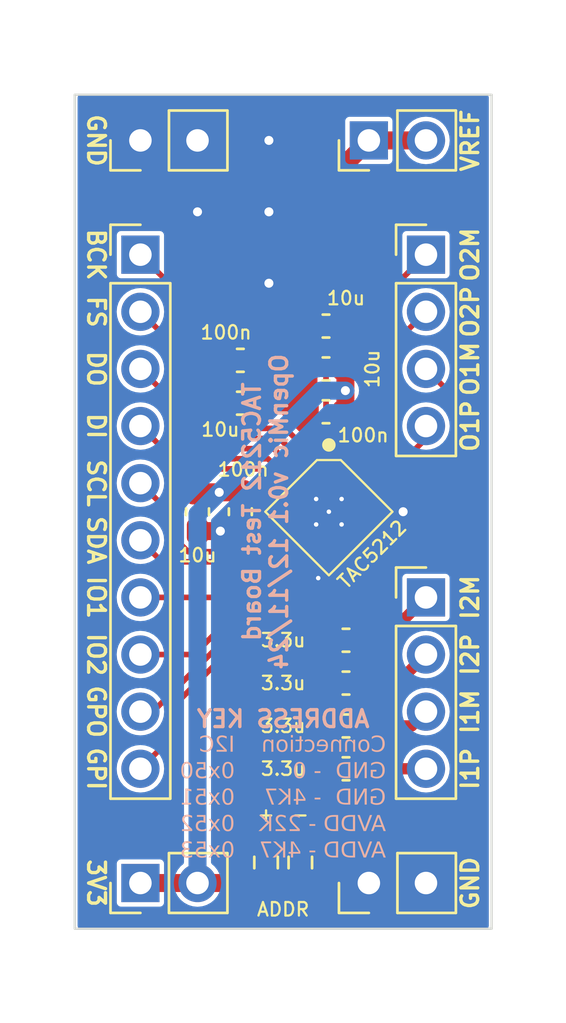
<source format=kicad_pcb>
(kicad_pcb (version 20221018) (generator pcbnew)
  (layers (0 "F.Cu" signal) (31 "B.Cu" signal) (34 "B.Paste" user) (35 "F.Paste" user) (36 "B.SilkS" user "B.Silkscreen") (37 "F.SilkS" user "F.Silkscreen") (38 "B.Mask" user) (39 "F.Mask" user) (44 "Edge.Cuts" user))
  (net 0 "")
  (net 1 "+3V3")
  (net 2 "Earth")
  (net 3 "/VREF")
  (net 4 "Net-(U1-DREG)")
  (net 5 "Net-(J2-Pin_1)")
  (net 6 "Net-(U1-IN1P)")
  (net 7 "Net-(J2-Pin_2)")
  (net 8 "Net-(U1-IN1M)")
  (net 9 "Net-(J2-Pin_3)")
  (net 10 "Net-(U1-IN2P)")
  (net 11 "Net-(J2-Pin_4)")
  (net 12 "Net-(U1-IN2M)")
  (net 13 "Net-(J1-Pin_1)")
  (net 14 "Net-(J1-Pin_2)")
  (net 15 "Net-(J1-Pin_3)")
  (net 16 "Net-(J1-Pin_4)")
  (net 17 "Net-(J3-Pin_1)")
  (net 18 "Net-(J3-Pin_2)")
  (net 19 "Net-(J3-Pin_3)")
  (net 20 "Net-(J3-Pin_4)")
  (net 21 "Net-(J3-Pin_5)")
  (net 22 "Net-(J3-Pin_6)")
  (net 23 "Net-(J3-Pin_7)")
  (net 24 "Net-(J3-Pin_8)")
  (net 25 "Net-(J3-Pin_9)")
  (net 26 "Net-(J3-Pin_10)")
  (net 27 "Net-(U1-ADDR)")
  (footprint "Capacitor_SMD:C_0603_1608Metric_Pad1.08x0.95mm_HandSolder" (layer "F.Cu") (at 86.995 33.655 180)
    (fp_text reference "C3" hide)
    (fp_text value "10uF")
    (fp_line (start -0.146267 -0.51) (end 0.146267 -0.51) (stroke (width 0.12)) (layer "F.SilkS"))
    (fp_line (start -0.146267 0.51) (end 0.146267 0.51) (stroke (width 0.12)) (layer "F.SilkS"))
    (pad "1" smd roundrect (at -0.8625 0 180) (size 1.075 0.95) (layers "F.Cu" "F.Paste" "F.Mask") (net 3 "/VREF"))
    (pad "2" smd roundrect (at 0.8625 0 180) (size 1.075 0.95) (layers "F.Cu" "F.Paste" "F.Mask") (net 2 "Earth"))
  )
  (footprint "Capacitor_SMD:C_0603_1608Metric_Pad1.08x0.95mm_HandSolder" (layer "F.Cu") (at 81.28 41.91 -90)
    (fp_text reference "C2" hide)
    (fp_text value "10uF")
    (fp_line (start -0.146267 -0.51) (end 0.146267 -0.51) (stroke (width 0.12)) (layer "F.SilkS"))
    (fp_line (start -0.146267 0.51) (end 0.146267 0.51) (stroke (width 0.12)) (layer "F.SilkS"))
    (pad "1" smd roundrect (at -0.8625 0 270) (size 1.075 0.95) (layers "F.Cu" "F.Paste" "F.Mask") (net 1 "+3V3"))
    (pad "2" smd roundrect (at 0.8625 0 270) (size 1.075 0.95) (layers "F.Cu" "F.Paste" "F.Mask") (net 2 "Earth"))
  )
  (footprint "Capacitor_SMD:C_0603_1608Metric_Pad1.08x0.95mm_HandSolder" (layer "F.Cu") (at 86.995 37.465 180)
    (fp_text reference "C6" hide)
    (fp_text value "0.1uF")
    (fp_line (start -0.146267 -0.51) (end 0.146267 -0.51) (stroke (width 0.12)) (layer "F.SilkS"))
    (fp_line (start -0.146267 0.51) (end 0.146267 0.51) (stroke (width 0.12)) (layer "F.SilkS"))
    (pad "1" smd roundrect (at -0.8625 0 180) (size 1.075 0.95) (layers "F.Cu" "F.Paste" "F.Mask") (net 1 "+3V3"))
    (pad "2" smd roundrect (at 0.8625 0 180) (size 1.075 0.95) (layers "F.Cu" "F.Paste" "F.Mask") (net 2 "Earth"))
  )
  (footprint "Capacitor_SMD:C_0603_1608Metric_Pad1.08x0.95mm_HandSolder" (layer "F.Cu") (at 87.884 53.34 180)
    (fp_text reference "C8" hide)
    (fp_text value "3.3uF")
    (fp_line (start -0.146267 -0.51) (end 0.146267 -0.51) (stroke (width 0.12)) (layer "F.SilkS"))
    (fp_line (start -0.146267 0.51) (end 0.146267 0.51) (stroke (width 0.12)) (layer "F.SilkS"))
    (pad "1" smd roundrect (at -0.8625 0 180) (size 1.075 0.95) (layers "F.Cu" "F.Paste" "F.Mask") (net 11 "Net-(J2-Pin_4)"))
    (pad "2" smd roundrect (at 0.8625 0 180) (size 1.075 0.95) (layers "F.Cu" "F.Paste" "F.Mask") (net 6 "Net-(U1-IN1P)"))
  )
  (footprint "Connector_PinHeader_2.54mm:PinHeader_1x02_P2.54mm_Vertical" (layer "F.Cu") (at 78.74 25.4 90)
    (fp_text reference "J5" hide)
    (fp_text value "Conn_01x02_Pin")
    (fp_line (start -1.33 -1.33) (end 0 -1.33) (stroke (width 0.12)) (layer "F.SilkS"))
    (fp_line (start -1.33 0) (end -1.33 -1.33) (stroke (width 0.12)) (layer "F.SilkS"))
    (fp_line (start -1.33 1.27) (end -1.33 3.87) (stroke (width 0.12)) (layer "F.SilkS"))
    (fp_line (start -1.33 1.27) (end 1.33 1.27) (stroke (width 0.12)) (layer "F.SilkS"))
    (fp_line (start -1.33 3.87) (end 1.33 3.87) (stroke (width 0.12)) (layer "F.SilkS"))
    (fp_line (start 1.33 1.27) (end 1.33 3.87) (stroke (width 0.12)) (layer "F.SilkS"))
    (pad "1" thru_hole rect (at 0 0 90) (size 1.7 1.7) (drill 1) (layers "*.Cu" "*.Mask") (net 2 "Earth"))
    (pad "2" thru_hole oval (at 0 2.54 90) (size 1.7 1.7) (drill 1) (layers "*.Cu" "*.Mask") (net 2 "Earth"))
  )
  (footprint "Connector_PinHeader_2.54mm:PinHeader_1x02_P2.54mm_Vertical" (layer "F.Cu") (at 88.9 58.42 90)
    (fp_text reference "J6" hide)
    (fp_text value "Conn_01x02_Pin")
    (fp_line (start -1.33 -1.33) (end 0 -1.33) (stroke (width 0.12)) (layer "F.SilkS"))
    (fp_line (start -1.33 0) (end -1.33 -1.33) (stroke (width 0.12)) (layer "F.SilkS"))
    (fp_line (start -1.33 1.27) (end -1.33 3.87) (stroke (width 0.12)) (layer "F.SilkS"))
    (fp_line (start -1.33 1.27) (end 1.33 1.27) (stroke (width 0.12)) (layer "F.SilkS"))
    (fp_line (start -1.33 3.87) (end 1.33 3.87) (stroke (width 0.12)) (layer "F.SilkS"))
    (fp_line (start 1.33 1.27) (end 1.33 3.87) (stroke (width 0.12)) (layer "F.SilkS"))
    (pad "1" thru_hole rect (at 0 0 90) (size 1.7 1.7) (drill 1) (layers "*.Cu" "*.Mask") (net 2 "Earth"))
    (pad "2" thru_hole oval (at 0 2.54 90) (size 1.7 1.7) (drill 1) (layers "*.Cu" "*.Mask") (net 2 "Earth"))
  )
  (footprint "Connector_PinHeader_2.54mm:PinHeader_1x02_P2.54mm_Vertical" (layer "F.Cu") (at 88.9 25.4 90)
    (fp_text reference "J7" hide)
    (fp_text value "Conn_01x02_Pin")
    (fp_line (start -1.33 -1.33) (end 0 -1.33) (stroke (width 0.12)) (layer "F.SilkS"))
    (fp_line (start -1.33 0) (end -1.33 -1.33) (stroke (width 0.12)) (layer "F.SilkS"))
    (fp_line (start -1.33 1.27) (end -1.33 3.87) (stroke (width 0.12)) (layer "F.SilkS"))
    (fp_line (start -1.33 1.27) (end 1.33 1.27) (stroke (width 0.12)) (layer "F.SilkS"))
    (fp_line (start -1.33 3.87) (end 1.33 3.87) (stroke (width 0.12)) (layer "F.SilkS"))
    (fp_line (start 1.33 1.27) (end 1.33 3.87) (stroke (width 0.12)) (layer "F.SilkS"))
    (pad "1" thru_hole rect (at 0 0 90) (size 1.7 1.7) (drill 1) (layers "*.Cu" "*.Mask") (net 3 "/VREF"))
    (pad "2" thru_hole oval (at 0 2.54 90) (size 1.7 1.7) (drill 1) (layers "*.Cu" "*.Mask") (net 3 "/VREF"))
  )
  (footprint "Capacitor_SMD:C_0603_1608Metric_Pad1.08x0.95mm_HandSolder" (layer "F.Cu") (at 87.884 49.53 180)
    (fp_text reference "C10" hide)
    (fp_text value "3.3uF")
    (fp_line (start -0.146267 -0.51) (end 0.146267 -0.51) (stroke (width 0.12)) (layer "F.SilkS"))
    (fp_line (start -0.146267 0.51) (end 0.146267 0.51) (stroke (width 0.12)) (layer "F.SilkS"))
    (pad "1" smd roundrect (at -0.8625 0 180) (size 1.075 0.95) (layers "F.Cu" "F.Paste" "F.Mask") (net 7 "Net-(J2-Pin_2)"))
    (pad "2" smd roundrect (at 0.8625 0 180) (size 1.075 0.95) (layers "F.Cu" "F.Paste" "F.Mask") (net 10 "Net-(U1-IN2P)"))
  )
  (footprint "Capacitor_SMD:C_0603_1608Metric_Pad1.08x0.95mm_HandSolder" (layer "F.Cu") (at 86.995 35.56 180)
    (fp_text reference "C7" hide)
    (fp_text value "10uF")
    (fp_line (start -0.146267 -0.51) (end 0.146267 -0.51) (stroke (width 0.12)) (layer "F.SilkS"))
    (fp_line (start -0.146267 0.51) (end 0.146267 0.51) (stroke (width 0.12)) (layer "F.SilkS"))
    (pad "1" smd roundrect (at -0.8625 0 180) (size 1.075 0.95) (layers "F.Cu" "F.Paste" "F.Mask") (net 1 "+3V3"))
    (pad "2" smd roundrect (at 0.8625 0 180) (size 1.075 0.95) (layers "F.Cu" "F.Paste" "F.Mask") (net 2 "Earth"))
  )
  (footprint "Capacitor_SMD:C_0603_1608Metric_Pad1.08x0.95mm_HandSolder" (layer "F.Cu") (at 83.185 41.91 -90)
    (fp_text reference "C1" hide)
    (fp_text value "0.1uF")
    (fp_line (start -0.146267 -0.51) (end 0.146267 -0.51) (stroke (width 0.12)) (layer "F.SilkS"))
    (fp_line (start -0.146267 0.51) (end 0.146267 0.51) (stroke (width 0.12)) (layer "F.SilkS"))
    (pad "1" smd roundrect (at -0.8625 0 270) (size 1.075 0.95) (layers "F.Cu" "F.Paste" "F.Mask") (net 1 "+3V3"))
    (pad "2" smd roundrect (at 0.8625 0 270) (size 1.075 0.95) (layers "F.Cu" "F.Paste" "F.Mask") (net 2 "Earth"))
  )
  (footprint "Capacitor_SMD:C_0603_1608Metric_Pad1.08x0.95mm_HandSolder" (layer "F.Cu") (at 87.884 51.435 180)
    (fp_text reference "C9" hide)
    (fp_text value "3.3uF")
    (fp_line (start -0.146267 -0.51) (end 0.146267 -0.51) (stroke (width 0.12)) (layer "F.SilkS"))
    (fp_line (start -0.146267 0.51) (end 0.146267 0.51) (stroke (width 0.12)) (layer "F.SilkS"))
    (pad "1" smd roundrect (at -0.8625 0 180) (size 1.075 0.95) (layers "F.Cu" "F.Paste" "F.Mask") (net 9 "Net-(J2-Pin_3)"))
    (pad "2" smd roundrect (at 0.8625 0 180) (size 1.075 0.95) (layers "F.Cu" "F.Paste" "F.Mask") (net 8 "Net-(U1-IN1M)"))
  )
  (footprint "Capacitor_SMD:C_0603_1608Metric_Pad1.08x0.95mm_HandSolder" (layer "F.Cu") (at 83.185 37.084)
    (fp_text reference "C5" hide)
    (fp_text value "10uF")
    (fp_line (start -0.146267 -0.51) (end 0.146267 -0.51) (stroke (width 0.12)) (layer "F.SilkS"))
    (fp_line (start -0.146267 0.51) (end 0.146267 0.51) (stroke (width 0.12)) (layer "F.SilkS"))
    (pad "1" smd roundrect (at -0.8625 0) (size 1.075 0.95) (layers "F.Cu" "F.Paste" "F.Mask") (net 4 "Net-(U1-DREG)"))
    (pad "2" smd roundrect (at 0.8625 0) (size 1.075 0.95) (layers "F.Cu" "F.Paste" "F.Mask") (net 2 "Earth"))
  )
  (footprint "Capacitor_SMD:C_0603_1608Metric_Pad1.08x0.95mm_HandSolder" (layer "F.Cu") (at 83.185 35.179)
    (fp_text reference "C4" hide)
    (fp_text value "0.1uF")
    (fp_line (start -0.146267 -0.51) (end 0.146267 -0.51) (stroke (width 0.12)) (layer "F.SilkS"))
    (fp_line (start -0.146267 0.51) (end 0.146267 0.51) (stroke (width 0.12)) (layer "F.SilkS"))
    (pad "1" smd roundrect (at -0.8625 0) (size 1.075 0.95) (layers "F.Cu" "F.Paste" "F.Mask") (net 4 "Net-(U1-DREG)"))
    (pad "2" smd roundrect (at 0.8625 0) (size 1.075 0.95) (layers "F.Cu" "F.Paste" "F.Mask") (net 2 "Earth"))
  )
  (footprint "Connector_PinHeader_2.54mm:PinHeader_1x04_P2.54mm_Vertical" (layer "F.Cu") (at 91.44 30.48)
    (fp_text reference "J1" hide)
    (fp_text value "Conn_01x04_Pin")
    (fp_line (start -1.33 -1.33) (end 0 -1.33) (stroke (width 0.12)) (layer "F.SilkS"))
    (fp_line (start -1.33 0) (end -1.33 -1.33) (stroke (width 0.12)) (layer "F.SilkS"))
    (fp_line (start -1.33 1.27) (end -1.33 8.95) (stroke (width 0.12)) (layer "F.SilkS"))
    (fp_line (start -1.33 1.27) (end 1.33 1.27) (stroke (width 0.12)) (layer "F.SilkS"))
    (fp_line (start -1.33 8.95) (end 1.33 8.95) (stroke (width 0.12)) (layer "F.SilkS"))
    (fp_line (start 1.33 1.27) (end 1.33 8.95) (stroke (width 0.12)) (layer "F.SilkS"))
    (pad "1" thru_hole rect (at 0 0) (size 1.7 1.7) (drill 1) (layers "*.Cu" "*.Mask") (net 13 "Net-(J1-Pin_1)"))
    (pad "2" thru_hole oval (at 0 2.54) (size 1.7 1.7) (drill 1) (layers "*.Cu" "*.Mask") (net 14 "Net-(J1-Pin_2)"))
    (pad "3" thru_hole oval (at 0 5.08) (size 1.7 1.7) (drill 1) (layers "*.Cu" "*.Mask") (net 15 "Net-(J1-Pin_3)"))
    (pad "4" thru_hole oval (at 0 7.62) (size 1.7 1.7) (drill 1) (layers "*.Cu" "*.Mask") (net 16 "Net-(J1-Pin_4)"))
  )
  (footprint "Connector_PinHeader_2.54mm:PinHeader_1x04_P2.54mm_Vertical" (layer "F.Cu") (at 91.44 45.72)
    (fp_text reference "J2" hide)
    (fp_text value "Conn_01x04_Pin")
    (fp_line (start -1.33 -1.33) (end 0 -1.33) (stroke (width 0.12)) (layer "F.SilkS"))
    (fp_line (start -1.33 0) (end -1.33 -1.33) (stroke (width 0.12)) (layer "F.SilkS"))
    (fp_line (start -1.33 1.27) (end -1.33 8.95) (stroke (width 0.12)) (layer "F.SilkS"))
    (fp_line (start -1.33 1.27) (end 1.33 1.27) (stroke (width 0.12)) (layer "F.SilkS"))
    (fp_line (start -1.33 8.95) (end 1.33 8.95) (stroke (width 0.12)) (layer "F.SilkS"))
    (fp_line (start 1.33 1.27) (end 1.33 8.95) (stroke (width 0.12)) (layer "F.SilkS"))
    (pad "1" thru_hole rect (at 0 0) (size 1.7 1.7) (drill 1) (layers "*.Cu" "*.Mask") (net 5 "Net-(J2-Pin_1)"))
    (pad "2" thru_hole oval (at 0 2.54) (size 1.7 1.7) (drill 1) (layers "*.Cu" "*.Mask") (net 7 "Net-(J2-Pin_2)"))
    (pad "3" thru_hole oval (at 0 5.08) (size 1.7 1.7) (drill 1) (layers "*.Cu" "*.Mask") (net 9 "Net-(J2-Pin_3)"))
    (pad "4" thru_hole oval (at 0 7.62) (size 1.7 1.7) (drill 1) (layers "*.Cu" "*.Mask") (net 11 "Net-(J2-Pin_4)"))
  )
  (footprint "Resistor_SMD:R_0603_1608Metric_Pad0.98x0.95mm_HandSolder" (layer "F.Cu") (at 85.852 57.5075 -90)
    (fp_text reference "R1" hide)
    (fp_text value "4k7/0R")
    (fp_line (start -0.254724 -0.5225) (end 0.254724 -0.5225) (stroke (width 0.12)) (layer "F.SilkS"))
    (fp_line (start -0.254724 0.5225) (end 0.254724 0.5225) (stroke (width 0.12)) (layer "F.SilkS"))
    (pad "1" smd roundrect (at -0.9125 0 270) (size 0.975 0.95) (layers "F.Cu" "F.Paste" "F.Mask") (net 27 "Net-(U1-ADDR)"))
    (pad "2" smd roundrect (at 0.9125 0 270) (size 0.975 0.95) (layers "F.Cu" "F.Paste" "F.Mask") (net 2 "Earth"))
  )
  (footprint "Capacitor_SMD:C_0603_1608Metric_Pad1.08x0.95mm_HandSolder" (layer "F.Cu") (at 87.884 47.625 180)
    (fp_text reference "C11" hide)
    (fp_text value "3.3uF")
    (fp_line (start -0.146267 -0.51) (end 0.146267 -0.51) (stroke (width 0.12)) (layer "F.SilkS"))
    (fp_line (start -0.146267 0.51) (end 0.146267 0.51) (stroke (width 0.12)) (layer "F.SilkS"))
    (pad "1" smd roundrect (at -0.8625 0 180) (size 1.075 0.95) (layers "F.Cu" "F.Paste" "F.Mask") (net 5 "Net-(J2-Pin_1)"))
    (pad "2" smd roundrect (at 0.8625 0 180) (size 1.075 0.95) (layers "F.Cu" "F.Paste" "F.Mask") (net 12 "Net-(U1-IN2M)"))
  )
  (footprint "om_componentslibrary:TAC5212" (layer "F.Cu") (at 87.122 41.91 -45)
    (fp_text reference "U1" hide)
    (fp_text value "TAC5212")
    (fp_line (start -2 2) (end -2 -1.25) (stroke (width 0.1)) (layer "F.SilkS"))
    (fp_line (start -1.25 -2) (end -2 -1.25) (stroke (width 0.1)) (layer "F.SilkS"))
    (fp_line (start -1.25 -2) (end 2 -2) (stroke (width 0.1)) (layer "F.SilkS"))
    (fp_line (start 2 -2) (end 2 2) (stroke (width 0.1)) (layer "F.SilkS"))
    (fp_line (start 2 2) (end -2 2) (stroke (width 0.1)) (layer "F.SilkS"))
    (fp_circle (center -2.1 -2.1) (end -1.85 -2.1) (stroke (width 0.1)) (fill solid) (layer "F.SilkS"))
    (pad "0" thru_hole circle (at -0.8 0 45) (size 0.5 0.5) (drill 0.2) (layers "*.Cu" "B.Mask") (net 2 "Earth"))
    (pad "0" thru_hole circle (at 0 -0.8 135) (size 0.5 0.5) (drill 0.2) (layers "*.Cu" "*.Mask") (net 2 "Earth"))
    (pad "0" thru_hole circle (at 0 0 45) (size 0.5 0.5) (drill 0.2) (layers "*.Cu" "*.Mask") (net 2 "Earth"))
    (pad "0" smd roundrect (at 0 0 315) (size 2.1 2.1) (layers "F.Cu" "F.Paste" "F.Mask") (roundrect_rratio 0.02380952381) (net 2 "Earth"))
    (pad "0" thru_hole circle (at 0 0.8 135) (size 0.5 0.5) (drill 0.2) (layers "*.Cu" "B.Mask") (net 2 "Earth"))
    (pad "0" thru_hole circle (at 0.8 0 45) (size 0.5 0.5) (drill 0.2) (layers "*.Cu" "*.Mask") (net 2 "Earth"))
    (pad "1" smd roundrect (at -1.9 -1.25 315) (size 0.6 0.24) (layers "F.Cu" "F.Paste" "F.Mask") (roundrect_rratio 0.2083333333) (net 4 "Net-(U1-DREG)"))
    (pad "2" smd roundrect (at -1.9 -0.75 315) (size 0.6 0.24) (layers "F.Cu" "F.Paste" "F.Mask") (roundrect_rratio 0.2083333333) (net 17 "Net-(J3-Pin_1)"))
    (pad "3" smd roundrect (at -1.9 -0.25 315) (size 0.6 0.24) (layers "F.Cu" "F.Paste" "F.Mask") (roundrect_rratio 0.2083333333) (net 18 "Net-(J3-Pin_2)"))
    (pad "4" smd roundrect (at -1.9 0.25 315) (size 0.6 0.24) (layers "F.Cu" "F.Paste" "F.Mask") (roundrect_rratio 0.2083333333) (net 19 "Net-(J3-Pin_3)"))
    (pad "5" smd roundrect (at -1.9 0.75 315) (size 0.6 0.24) (layers "F.Cu" "F.Paste" "F.Mask") (roundrect_rratio 0.2083333333) (net 20 "Net-(J3-Pin_4)"))
    (pad "6" smd roundrect (at -1.9 1.25 315) (size 0.6 0.24) (layers "F.Cu" "F.Paste" "F.Mask") (roundrect_rratio 0.2083333333) (net 1 "+3V3"))
    (pad "7" smd roundrect (at -1.25 1.9 45) (size 0.6 0.24) (layers "F.Cu" "F.Paste" "F.Mask") (roundrect_rratio 0.2083333333) (net 21 "Net-(J3-Pin_5)"))
    (pad "8" smd roundrect (at -0.75 1.9 45) (size 0.6 0.24) (layers "F.Cu" "F.Paste" "F.Mask") (roundrect_rratio 0.2083333333) (net 22 "Net-(J3-Pin_6)"))
    (pad "9" smd roundrect (at -0.25 1.9 45) (size 0.6 0.24) (layers "F.Cu" "F.Paste" "F.Mask") (roundrect_rratio 0.2083333333) (net 23 "Net-(J3-Pin_7)"))
    (pad "10" smd roundrect (at 0.25 1.9 45) (size 0.6 0.24) (layers "F.Cu" "F.Paste" "F.Mask") (roundrect_rratio 0.2083333333) (net 24 "Net-(J3-Pin_8)"))
    (pad "11" smd roundrect (at 0.75 1.9 45) (size 0.6 0.24) (layers "F.Cu" "F.Paste" "F.Mask") (roundrect_rratio 0.2083333333) (net 25 "Net-(J3-Pin_9)"))
    (pad "12" smd roundrect (at 1.25 1.9 45) (size 0.6 0.24) (layers "F.Cu" "F.Paste" "F.Mask") (roundrect_rratio 0.2083333333) (net 26 "Net-(J3-Pin_10)"))
    (pad "13" smd roundrect (at 1.9 1.25 315) (size 0.6 0.24) (layers "F.Cu" "F.Paste" "F.Mask") (roundrect_rratio 0.2083333333) (net 27 "Net-(U1-ADDR)"))
    (pad "14" smd roundrect (at 1.9 0.75 315) (size 0.6 0.24) (layers "F.Cu" "F.Paste" "F.Mask") (roundrect_rratio 0.2083333333))
    (pad "15" smd roundrect (at 1.9 0.25 315) (size 0.6 0.24) (layers "F.Cu" "F.Paste" "F.Mask") (roundrect_rratio 0.2083333333) (net 6 "Net-(U1-IN1P)"))
    (pad "16" smd roundrect (at 1.9 -0.25 315) (size 0.6 0.24) (layers "F.Cu" "F.Paste" "F.Mask") (roundrect_rratio 0.2083333333) (net 8 "Net-(U1-IN1M)"))
    (pad "17" smd roundrect (at 1.9 -0.75 315) (size 0.6 0.24) (layers "F.Cu" "F.Paste" "F.Mask") (roundrect_rratio 0.2083333333) (net 10 "Net-(U1-IN2P)"))
    (pad "18" smd roundrect (at 1.9 -1.25 315) (size 0.6 0.24) (layers "F.Cu" "F.Paste" "F.Mask") (roundrect_rratio 0.2083333333) (net 12 "Net-(U1-IN2M)"))
    (pad "19" smd roundrect (at 1.25 -1.9 45) (size 0.6 0.24) (layers "F.Cu" "F.Paste" "F.Mask") (roundrect_rratio 0.2083333333) (net 15 "Net-(J1-Pin_3)"))
    (pad "20" smd roundrect (at 0.75 -1.9 45) (size 0.6 0.24) (layers "F.Cu" "F.Paste" "F.Mask") (roundrect_rratio 0.2083333333) (net 16 "Net-(J1-Pin_4)"))
    (pad "21" smd roundrect (at 0.25 -1.9 45) (size 0.6 0.24) (layers "F.Cu" "F.Paste" "F.Mask") (roundrect_rratio 0.2083333333) (net 14 "Net-(J1-Pin_2)"))
    (pad "22" smd roundrect (at -0.25 -1.9 45) (size 0.6 0.24) (layers "F.Cu" "F.Paste" "F.Mask") (roundrect_rratio 0.2083333333) (net 13 "Net-(J1-Pin_1)"))
    (pad "23" smd roundrect (at -0.75 -1.9 45) (size 0.6 0.24) (layers "F.Cu" "F.Paste" "F.Mask") (roundrect_rratio 0.2083333333) (net 1 "+3V3"))
    (pad "24" smd roundrect (at -1.25 -1.9 45) (size 0.6 0.24) (layers "F.Cu" "F.Paste" "F.Mask") (roundrect_rratio 0.2083333333) (net 3 "/VREF"))
    (pad "A1" smd roundrect (at -1.725 -1.725 315) (size 0.25 0.25) (layers "F.Cu" "F.Paste" "F.Mask") (roundrect_rratio 0.2) (net 2 "Earth"))
    (pad "A2" smd roundrect (at -1.725 1.725 315) (size 0.25 0.25) (layers "F.Cu" "F.Paste" "F.Mask") (roundrect_rratio 0.2) (net 2 "Earth"))
    (pad "A3" smd roundrect (at 1.725 1.725 315) (size 0.25 0.25) (layers "F.Cu" "F.Paste" "F.Mask") (roundrect_rratio 0.2) (net 2 "Earth"))
    (pad "A4" smd roundrect (at 1.725 -1.725 315) (size 0.25 0.25) (layers "F.Cu" "F.Paste" "F.Mask") (roundrect_rratio 0.2) (net 2 "Earth"))
  )
  (footprint "Resistor_SMD:R_0603_1608Metric_Pad0.98x0.95mm_HandSolder" (layer "F.Cu") (at 84.328 57.5075 -90)
    (fp_text reference "R2" hide)
    (fp_text value "22k/4k7")
    (fp_line (start -0.254724 -0.5225) (end 0.254724 -0.5225) (stroke (width 0.12)) (layer "F.SilkS"))
    (fp_line (start -0.254724 0.5225) (end 0.254724 0.5225) (stroke (width 0.12)) (layer "F.SilkS"))
    (pad "1" smd roundrect (at -0.9125 0 270) (size 0.975 0.95) (layers "F.Cu" "F.Paste" "F.Mask") (net 27 "Net-(U1-ADDR)"))
    (pad "2" smd roundrect (at 0.9125 0 270) (size 0.975 0.95) (layers "F.Cu" "F.Paste" "F.Mask") (net 1 "+3V3"))
  )
  (footprint "Connector_PinHeader_2.54mm:PinHeader_1x02_P2.54mm_Vertical" (layer "F.Cu") (at 78.74 58.42 90)
    (fp_text reference "J4" hide)
    (fp_text value "Conn_01x02_Pin")
    (fp_line (start -1.33 -1.33) (end 0 -1.33) (stroke (width 0.12)) (layer "F.SilkS"))
    (fp_line (start -1.33 0) (end -1.33 -1.33) (stroke (width 0.12)) (layer "F.SilkS"))
    (fp_line (start -1.33 1.27) (end -1.33 3.87) (stroke (width 0.12)) (layer "F.SilkS"))
    (fp_line (start -1.33 1.27) (end 1.33 1.27) (stroke (width 0.12)) (layer "F.SilkS"))
    (fp_line (start -1.33 3.87) (end 1.33 3.87) (stroke (width 0.12)) (layer "F.SilkS"))
    (fp_line (start 1.33 1.27) (end 1.33 3.87) (stroke (width 0.12)) (layer "F.SilkS"))
    (pad "1" thru_hole rect (at 0 0 90) (size 1.7 1.7) (drill 1) (layers "*.Cu" "*.Mask") (net 1 "+3V3"))
    (pad "2" thru_hole oval (at 0 2.54 90) (size 1.7 1.7) (drill 1) (layers "*.Cu" "*.Mask") (net 1 "+3V3"))
  )
  (footprint "Connector_PinHeader_2.54mm:PinHeader_1x10_P2.54mm_Vertical" (layer "F.Cu") (at 78.74 30.48)
    (fp_text reference "J3" hide)
    (fp_text value "Conn_01x10_Pin")
    (fp_line (start -1.33 -1.33) (end 0 -1.33) (stroke (width 0.12)) (layer "F.SilkS"))
    (fp_line (start -1.33 0) (end -1.33 -1.33) (stroke (width 0.12)) (layer "F.SilkS"))
    (fp_line (start -1.33 1.27) (end -1.33 24.19) (stroke (width 0.12)) (layer "F.SilkS"))
    (fp_line (start -1.33 1.27) (end 1.33 1.27) (stroke (width 0.12)) (layer "F.SilkS"))
    (fp_line (start -1.33 24.19) (end 1.33 24.19) (stroke (width 0.12)) (layer "F.SilkS"))
    (fp_line (start 1.33 1.27) (end 1.33 24.19) (stroke (width 0.12)) (layer "F.SilkS"))
    (pad "1" thru_hole rect (at 0 0) (size 1.7 1.7) (drill 1) (layers "*.Cu" "*.Mask") (net 17 "Net-(J3-Pin_1)"))
    (pad "2" thru_hole oval (at 0 2.54) (size 1.7 1.7) (drill 1) (layers "*.Cu" "*.Mask") (net 18 "Net-(J3-Pin_2)"))
    (pad "3" thru_hole oval (at 0 5.08) (size 1.7 1.7) (drill 1) (layers "*.Cu" "*.Mask") (net 19 "Net-(J3-Pin_3)"))
    (pad "4" thru_hole oval (at 0 7.62) (size 1.7 1.7) (drill 1) (layers "*.Cu" "*.Mask") (net 20 "Net-(J3-Pin_4)"))
    (pad "5" thru_hole oval (at 0 10.16) (size 1.7 1.7) (drill 1) (layers "*.Cu" "*.Mask") (net 21 "Net-(J3-Pin_5)"))
    (pad "6" thru_hole oval (at 0 12.7) (size 1.7 1.7) (drill 1) (layers "*.Cu" "*.Mask") (net 22 "Net-(J3-Pin_6)"))
    (pad "7" thru_hole oval (at 0 15.24) (size 1.7 1.7) (drill 1) (layers "*.Cu" "*.Mask") (net 23 "Net-(J3-Pin_7)"))
    (pad "8" thru_hole oval (at 0 17.78) (size 1.7 1.7) (drill 1) (layers "*.Cu" "*.Mask") (net 24 "Net-(J3-Pin_8)"))
    (pad "9" thru_hole oval (at 0 20.32) (size 1.7 1.7) (drill 1) (layers "*.Cu" "*.Mask") (net 25 "Net-(J3-Pin_9)"))
    (pad "10" thru_hole oval (at 0 22.86) (size 1.7 1.7) (drill 1) (layers "*.Cu" "*.Mask") (net 26 "Net-(J3-Pin_10)"))
  )
  (gr_rect (start 75.819 23.368) (end 94.361 60.452) (stroke (width 0.1)) (fill none) (layer "Edge.Cuts"))
  (gr_text "Connection 	I2C  \nGND  - 0   	0x50\nGND  - 4K7 	0x51\nAVDD - 22K 	0x52\nAVDD - 4K7 	0x53" (at 89.662 57.404) (layer "B.SilkS") (effects (font (size 0.7 0.7)) (justify left bottom mirror)))
  (gr_text "TAC5212 Test Board\nOpenMic v0.1 12/11/24" (at 85.344 41.91 90) (layer "B.SilkS") (effects (font (size 0.75 0.75)) (justify bottom mirror)))
  (gr_text "ADDRESS KEY" (at 85.09 51.562) (layer "B.SilkS") (effects (font (size 0.75 0.75)) (justify bottom mirror)))
  (gr_text "VREF" (at 92.964 25.4 90) (layer "F.SilkS") (effects (font (size 0.75 0.75)) (justify top)))
  (gr_text "O1M" (at 92.964 35.56 90) (layer "F.SilkS") (effects (font (size 0.75 0.75)) (justify top)))
  (gr_text "O2P" (at 92.964 33.02 90) (layer "F.SilkS") (effects (font (size 0.75 0.75)) (justify top)))
  (gr_text "10u" (at 89.408 35.56 90) (layer "F.SilkS") (effects (font (size 0.6 0.6) (thickness 0.1) bold) (justify bottom)))
  (gr_text "O2M" (at 92.964 30.48 90) (layer "F.SilkS") (effects (font (size 0.75 0.75)) (justify top)))
  (gr_text "-" (at 85.852 55.372) (layer "F.SilkS") (effects (font (size 0.6 0.6) (thickness 0.1) bold)))
  (gr_text "100n" (at 82.55 34.29) (layer "F.SilkS") (effects (font (size 0.6 0.6) (thickness 0.1) bold) (justify bottom)))
  (gr_text "I1M" (at 92.964 50.8 90) (layer "F.SilkS") (effects (font (size 0.75 0.75)) (justify top)))
  (gr_text "3.3u" (at 85.09 53.34) (layer "F.SilkS") (effects (font (size 0.6 0.6) (thickness 0.1) bold)))
  (gr_text "GPI" (at 77.216 53.34 270) (layer "F.SilkS") (effects (font (size 0.75 0.75)) (justify top)))
  (gr_text "DO" (at 77.216 35.56 270) (layer "F.SilkS") (effects (font (size 0.75 0.75)) (justify top)))
  (gr_text "O1P" (at 92.964 38.1 90) (layer "F.SilkS") (effects (font (size 0.75 0.75)) (justify top)))
  (gr_text "I2P" (at 92.964 48.26 90) (layer "F.SilkS") (effects (font (size 0.75 0.75)) (justify top)))
  (gr_text "100n" (at 88.646 38.862) (layer "F.SilkS") (effects (font (size 0.6 0.6) (thickness 0.1) bold) (justify bottom)))
  (gr_text "SCL" (at 77.216 40.64 270) (layer "F.SilkS") (effects (font (size 0.75 0.75)) (justify top)))
  (gr_text "10u" (at 87.884 32.766) (layer "F.SilkS") (effects (font (size 0.6 0.6) (thickness 0.1) bold) (justify bottom)))
  (gr_text "GND" (at 77.216 25.4 -90) (layer "F.SilkS") (effects (font (size 0.75 0.75)) (justify top)))
  (gr_text "3.3u" (at 85.09 47.625) (layer "F.SilkS") (effects (font (size 0.6 0.6) (thickness 0.1) bold)))
  (gr_text "SDA" (at 77.216 43.18 270) (layer "F.SilkS") (effects (font (size 0.75 0.75)) (justify top)))
  (gr_text "+" (at 84.328 55.372) (layer "F.SilkS") (effects (font (size 0.6 0.6) (thickness 0.1) bold)))
  (gr_text "100n" (at 83.312 40.386) (layer "F.SilkS") (effects (font (size 0.6 0.6) (thickness 0.1) bold) (justify bottom)))
  (gr_text "GND" (at 92.964 58.42 90) (layer "F.SilkS") (effects (font (size 0.75 0.75)) (justify top)))
  (gr_text "TAC5212" (at 87.884 45.466 45) (layer "F.SilkS") (effects (font (size 0.6 0.6) (thickness 0.1) bold) (justify left bottom)))
  (gr_text "10u" (at 81.28 44.196) (layer "F.SilkS") (effects (font (size 0.6 0.6) (thickness 0.1) bold) (justify bottom)))
  (gr_text "3.3u" (at 85.09 49.53) (layer "F.SilkS") (effects (font (size 0.6 0.6) (thickness 0.1) bold)))
  (gr_text "I1P" (at 92.964 53.34 90) (layer "F.SilkS") (effects (font (size 0.75 0.75)) (justify top)))
  (gr_text "BCK" (at 77.216 30.48 270) (layer "F.SilkS") (effects (font (size 0.75 0.75)) (justify top)))
  (gr_text "GPO" (at 77.216 50.8 270) (layer "F.SilkS") (effects (font (size 0.75 0.75)) (justify top)))
  (gr_text "3.3u" (at 85.09 51.435) (layer "F.SilkS") (effects (font (size 0.6 0.6) (thickness 0.1) bold)))
  (gr_text "ADDR" (at 85.09 59.944) (layer "F.SilkS") (effects (font (size 0.6 0.6) (thickness 0.1) bold) (justify bottom)))
  (gr_text "DI" (at 77.216 38.1 270) (layer "F.SilkS") (effects (font (size 0.75 0.75)) (justify top)))
  (gr_text "IO2" (at 77.216 48.26 270) (layer "F.SilkS") (effects (font (size 0.75 0.75)) (justify top)))
  (gr_text "3V3\n" (at 77.216 58.42 270) (layer "F.SilkS") (effects (font (size 0.75 0.75)) (justify top)))
  (gr_text "IO1" (at 77.216 45.72 270) (layer "F.SilkS") (effects (font (size 0.75 0.75)) (justify top)))
  (gr_text "10u" (at 82.296 38.608) (layer "F.SilkS") (effects (font (size 0.6 0.6) (thickness 0.1) bold) (justify bottom)))
  (gr_text "FS" (at 77.216 33.02 270) (layer "F.SilkS") (effects (font (size 0.75 0.75)) (justify top)))
  (gr_text "I2M" (at 92.964 45.72 90) (layer "F.SilkS") (effects (font (size 0.75 0.75)) (justify top)))
  (segment (start 87.8575 36.5252) (end 87.8575 35.56) (width 0.8) (layer "F.Cu") (net 1))
  (segment (start 87.935173 40.036167) (end 88.4925 39.47884) (width 0.25) (layer "F.Cu") (net 1))
  (segment (start 81.28 58.42) (end 84.328 58.42) (width 0.8) (layer "F.Cu") (net 1))
  (segment (start 88.4925 38.1) (end 87.8575 37.465) (width 0.25) (layer "F.Cu") (net 1))
  (segment (start 88.4925 39.47884) (end 88.4925 38.1) (width 0.25) (layer "F.Cu") (net 1))
  (segment (start 81.28 41.0475) (end 82.2452 41.0475) (width 0.8) (layer "F.Cu") (net 1))
  (segment (start 81.28 58.42) (end 78.74 58.42) (width 0.8) (layer "F.Cu") (net 1))
  (segment (start 87.8575 36.5252) (end 87.8575 37.465) (width 0.8) (layer "F.Cu") (net 1))
  (segment (start 82.2452 41.0475) (end 83.185 41.0475) (width 0.8) (layer "F.Cu") (net 1))
  (segment (start 84.894614 41.450381) (end 84.491733 41.0475) (width 0.25) (layer "F.Cu") (net 1))
  (segment (start 84.491733 41.0475) (end 83.185 41.0475) (width 0.25) (layer "F.Cu") (net 1))
  (via (at 82.2452 41.0475) (size 0.8) (drill 0.4) (layers "F.Cu" "B.Cu") (net 1))
  (via (at 87.8575 36.5252) (size 0.8) (drill 0.4) (layers "F.Cu" "B.Cu") (net 1))
  (segment (start 81.28 42.0127) (end 81.28 58.42) (width 0.8) (layer "B.Cu") (net 1))
  (segment (start 87.8575 36.5252) (end 86.7675 36.5252) (width 0.8) (layer "B.Cu") (net 1))
  (segment (start 82.2452 41.0475) (end 81.28 42.0127) (width 0.8) (layer "B.Cu") (net 1))
  (segment (start 86.7675 36.5252) (end 82.2452 41.0475) (width 0.8) (layer "B.Cu") (net 1))
  (segment (start 83.819982 42.7725) (end 84.682482 41.91) (width 0.25) (layer "F.Cu") (net 2))
  (segment (start 87.122 44.349518) (end 87.122 44.387677) (width 0.25) (layer "F.Cu") (net 2))
  (segment (start 81.28 42.7725) (end 83.185 42.7725) (width 0.8) (layer "F.Cu") (net 2))
  (segment (start 83.185 42.7725) (end 83.819982 42.7725) (width 0.25) (layer "F.Cu") (net 2))
  (segment (start 87.122 44.387677) (end 86.648177 44.8615) (width 0.25) (layer "F.Cu") (net 2))
  (segment (start 89.561518 41.91) (end 90.424 41.91) (width 0.25) (layer "F.Cu") (net 2))
  (segment (start 88.9 58.42) (end 85.852 58.42) (width 0.8) (layer "F.Cu") (net 2))
  (via (at 84.455 28.575) (size 0.8) (drill 0.4) (layers "F.Cu" "B.Cu") (net 2))
  (via (at 84.455 31.75) (size 0.8) (drill 0.4) (layers "F.Cu" "B.Cu") (net 2))
  (via (at 84.455 25.4) (size 0.8) (drill 0.4) (layers "F.Cu" "B.Cu") (net 2))
  (via (at 82.296 42.7725) (size 0.8) (drill 0.4) (layers "F.Cu" "B.Cu") (net 2))
  (via (at 81.28 28.575) (size 0.8) (drill 0.4) (layers "F.Cu" "B.Cu") (net 2))
  (via (at 86.648177 44.8615) (size 0.4) (drill 0.2) (layers "F.Cu" "B.Cu") (net 2))
  (via (at 90.424 41.91) (size 0.8) (drill 0.4) (layers "F.Cu" "B.Cu") (net 2))
  (segment (start 86.995 34.5175) (end 87.8575 33.655) (width 0.25) (layer "F.Cu") (net 3))
  (segment (start 87.8575 33.655) (end 87.8575 26.4425) (width 0.8) (layer "F.Cu") (net 3))
  (segment (start 88.9 25.4) (end 91.44 25.4) (width 0.8) (layer "F.Cu") (net 3))
  (segment (start 87.884 38.824495) (end 86.995 37.935495) (width 0.25) (layer "F.Cu") (net 3))
  (segment (start 87.884 39.380233) (end 87.884 38.824495) (width 0.25) (layer "F.Cu") (net 3))
  (segment (start 87.581619 39.682614) (end 87.884 39.380233) (width 0.25) (layer "F.Cu") (net 3))
  (segment (start 87.8575 26.4425) (end 88.9 25.4) (width 0.8) (layer "F.Cu") (net 3))
  (segment (start 86.995 37.935495) (end 86.995 34.5175) (width 0.25) (layer "F.Cu") (net 3))
  (segment (start 82.3225 37.6185) (end 82.3225 37.084) (width 0.25) (layer "F.Cu") (net 4))
  (segment (start 82.3225 35.179) (end 82.3225 37.084) (width 0.5) (layer "F.Cu") (net 4))
  (segment (start 86.662381 39.682614) (end 85.184767 38.205) (width 0.25) (layer "F.Cu") (net 4))
  (segment (start 85.184767 38.205) (end 82.909 38.205) (width 0.25) (layer "F.Cu") (net 4))
  (segment (start 82.909 38.205) (end 82.3225 37.6185) (width 0.25) (layer "F.Cu") (net 4))
  (segment (start 88.7465 47.625) (end 89.535 47.625) (width 0.5) (layer "F.Cu") (net 5))
  (segment (start 89.535 47.625) (end 91.44 45.72) (width 0.5) (layer "F.Cu") (net 5))
  (segment (start 86.37325 53.34) (end 87.0215 53.34) (width 0.25) (layer "F.Cu") (net 6))
  (segment (start 87.148353 45.836) (end 86.204713 45.836) (width 0.25) (layer "F.Cu") (net 6))
  (segment (start 86.204713 45.836) (end 84.778 47.262713) (width 0.25) (layer "F.Cu") (net 6))
  (segment (start 88.646 44.338353) (end 87.148353 45.836) (width 0.25) (layer "F.Cu") (net 6))
  (segment (start 84.778 51.74475) (end 86.37325 53.34) (width 0.25) (layer "F.Cu") (net 6))
  (segment (start 88.288726 43.43028) (end 88.646 43.787554) (width 0.25) (layer "F.Cu") (net 6))
  (segment (start 84.778 47.262713) (end 84.778 51.74475) (width 0.25) (layer "F.Cu") (net 6))
  (segment (start 88.646 43.787554) (end 88.646 44.338353) (width 0.25) (layer "F.Cu") (net 6))
  (segment (start 90.17 49.53) (end 91.44 48.26) (width 0.5) (layer "F.Cu") (net 7))
  (segment (start 88.7465 49.53) (end 90.17 49.53) (width 0.5) (layer "F.Cu") (net 7))
  (segment (start 87.334749 46.286) (end 86.391109 46.286) (width 0.25) (layer "F.Cu") (net 8))
  (segment (start 88.64228 43.076726) (end 89.096 43.530446) (width 0.25) (layer "F.Cu") (net 8))
  (segment (start 85.228 47.449109) (end 85.228 50.303) (width 0.25) (layer "F.Cu") (net 8))
  (segment (start 86.36 51.435) (end 87.0215 51.435) (width 0.25) (layer "F.Cu") (net 8))
  (segment (start 89.096 43.530446) (end 89.096 44.524749) (width 0.25) (layer "F.Cu") (net 8))
  (segment (start 86.391109 46.286) (end 85.228 47.449109) (width 0.25) (layer "F.Cu") (net 8))
  (segment (start 89.096 44.524749) (end 87.334749 46.286) (width 0.25) (layer "F.Cu") (net 8))
  (segment (start 85.228 50.303) (end 86.36 51.435) (width 0.25) (layer "F.Cu") (net 8))
  (segment (start 90.805 51.435) (end 91.44 50.8) (width 0.5) (layer "F.Cu") (net 9))
  (segment (start 88.7465 51.435) (end 90.805 51.435) (width 0.5) (layer "F.Cu") (net 9))
  (segment (start 86.577505 46.736) (end 85.678 47.635505) (width 0.25) (layer "F.Cu") (net 10))
  (segment (start 85.678 47.635505) (end 85.678 48.848) (width 0.25) (layer "F.Cu") (net 10))
  (segment (start 87.521145 46.736) (end 86.577505 46.736) (width 0.25) (layer "F.Cu") (net 10))
  (segment (start 88.995833 42.723173) (end 89.546 43.27334) (width 0.25) (layer "F.Cu") (net 10))
  (segment (start 89.546 44.711145) (end 87.521145 46.736) (width 0.25) (layer "F.Cu") (net 10))
  (segment (start 89.546 43.27334) (end 89.546 44.711145) (width 0.25) (layer "F.Cu") (net 10))
  (segment (start 85.678 48.848) (end 86.36 49.53) (width 0.25) (layer "F.Cu") (net 10))
  (segment (start 86.36 49.53) (end 87.0215 49.53) (width 0.25) (layer "F.Cu") (net 10))
  (segment (start 88.7465 53.34) (end 91.44 53.34) (width 0.5) (layer "F.Cu") (net 11))
  (segment (start 89.996 44.897541) (end 87.268541 47.625) (width 0.25) (layer "F.Cu") (net 12))
  (segment (start 89.996 43.016233) (end 89.996 44.897541) (width 0.25) (layer "F.Cu") (net 12))
  (segment (start 89.349386 42.369619) (end 89.996 43.016233) (width 0.25) (layer "F.Cu") (net 12))
  (segment (start 87.268541 47.625) (end 87.0215 47.625) (width 0.25) (layer "F.Cu") (net 12))
  (segment (start 89.72 38.958446) (end 89.72 32.2) (width 0.25) (layer "F.Cu") (net 13))
  (segment (start 88.288726 40.38972) (end 89.72 38.958446) (width 0.25) (layer "F.Cu") (net 13))
  (segment (start 89.72 32.2) (end 91.44 30.48) (width 0.25) (layer "F.Cu") (net 13))
  (segment (start 90.17 39.215554) (end 88.64228 40.743274) (width 0.25) (layer "F.Cu") (net 14))
  (segment (start 91.44 33.02) (end 90.17 34.29) (width 0.25) (layer "F.Cu") (net 14))
  (segment (start 90.17 34.29) (end 90.17 39.215554) (width 0.25) (layer "F.Cu") (net 14))
  (segment (start 92.71 38.862) (end 92.71 36.83) (width 0.25) (layer "F.Cu") (net 15))
  (segment (start 92.202 39.37) (end 92.71 38.862) (width 0.25) (layer "F.Cu") (net 15))
  (segment (start 89.349386 41.450381) (end 91.429767 39.37) (width 0.25) (layer "F.Cu") (net 15))
  (segment (start 92.71 36.83) (end 91.44 35.56) (width 0.25) (layer "F.Cu") (net 15))
  (segment (start 91.429767 39.37) (end 92.202 39.37) (width 0.25) (layer "F.Cu") (net 15))
  (segment (start 91.44 38.65266) (end 88.995833 41.096827) (width 0.25) (layer "F.Cu") (net 16))
  (segment (start 91.44 38.1) (end 91.44 38.65266) (width 0.25) (layer "F.Cu") (net 16))
  (segment (start 80.91 38.360812) (end 80.91 32.65) (width 0.25) (layer "F.Cu") (net 17))
  (segment (start 84.92766 38.655) (end 81.204188 38.655) (width 0.25) (layer "F.Cu") (net 17))
  (segment (start 81.204188 38.655) (end 80.91 38.360812) (width 0.25) (layer "F.Cu") (net 17))
  (segment (start 80.91 32.65) (end 78.74 30.48) (width 0.25) (layer "F.Cu") (net 17))
  (segment (start 86.308827 40.036167) (end 84.92766 38.655) (width 0.25) (layer "F.Cu") (net 17))
  (segment (start 85.955274 40.38972) (end 84.670554 39.105) (width 0.25) (layer "F.Cu") (net 18))
  (segment (start 84.670554 39.105) (end 81.017792 39.105) (width 0.25) (layer "F.Cu") (net 18))
  (segment (start 80.46 34.74) (end 78.74 33.02) (width 0.25) (layer "F.Cu") (net 18))
  (segment (start 81.017792 39.105) (end 80.46 38.547208) (width 0.25) (layer "F.Cu") (net 18))
  (segment (start 80.46 38.547208) (end 80.46 34.74) (width 0.25) (layer "F.Cu") (net 18))
  (segment (start 84.413446 39.555) (end 80.831396 39.555) (width 0.25) (layer "F.Cu") (net 19))
  (segment (start 80.01 36.83) (end 78.74 35.56) (width 0.25) (layer "F.Cu") (net 19))
  (segment (start 80.831396 39.555) (end 80.01 38.733604) (width 0.25) (layer "F.Cu") (net 19))
  (segment (start 85.60172 40.743274) (end 84.413446 39.555) (width 0.25) (layer "F.Cu") (net 19))
  (segment (start 80.01 38.733604) (end 80.01 36.83) (width 0.25) (layer "F.Cu") (net 19))
  (segment (start 80.645 40.005) (end 78.74 38.1) (width 0.25) (layer "F.Cu") (net 20))
  (segment (start 85.248167 41.096827) (end 84.15634 40.005) (width 0.25) (layer "F.Cu") (net 20))
  (segment (start 84.15634 40.005) (end 80.645 40.005) (width 0.25) (layer "F.Cu") (net 20))
  (segment (start 80.862505 43.688) (end 80.01 42.835495) (width 0.25) (layer "F.Cu") (net 21))
  (segment (start 83.602495 43.688) (end 80.862505 43.688) (width 0.25) (layer "F.Cu") (net 21))
  (segment (start 84.894614 42.369619) (end 84.894614 42.395881) (width 0.25) (layer "F.Cu") (net 21))
  (segment (start 84.894614 42.395881) (end 83.602495 43.688) (width 0.25) (layer "F.Cu") (net 21))
  (segment (start 80.01 42.835495) (end 80.01 41.91) (width 0.25) (layer "F.Cu") (net 21))
  (segment (start 80.01 41.91) (end 78.74 40.64) (width 0.25) (layer "F.Cu") (net 21))
  (segment (start 79.698 44.138) (end 78.74 43.18) (width 0.25) (layer "F.Cu") (net 22))
  (segment (start 83.83334 44.138) (end 79.698 44.138) (width 0.25) (layer "F.Cu") (net 22))
  (segment (start 85.248167 42.723173) (end 83.83334 44.138) (width 0.25) (layer "F.Cu") (net 22))
  (segment (start 85.60172 43.076726) (end 82.958446 45.72) (width 0.25) (layer "F.Cu") (net 23))
  (segment (start 82.958446 45.72) (end 78.74 45.72) (width 0.25) (layer "F.Cu") (net 23))
  (segment (start 81.125554 48.26) (end 78.74 48.26) (width 0.25) (layer "F.Cu") (net 24))
  (segment (start 85.955274 43.43028) (end 81.125554 48.26) (width 0.25) (layer "F.Cu") (net 24))
  (segment (start 79.29266 50.8) (end 78.74 50.8) (width 0.25) (layer "F.Cu") (net 25))
  (segment (start 86.308827 43.783833) (end 79.29266 50.8) (width 0.25) (layer "F.Cu") (net 25))
  (segment (start 86.651982 44.126987) (end 86.640934 44.126987) (width 0.25) (layer "F.Cu") (net 26))
  (segment (start 86.662381 44.137386) (end 86.651982 44.126987) (width 0.25) (layer "F.Cu") (net 26))
  (segment (start 80.01 50.757921) (end 80.01 52.07) (width 0.25) (layer "F.Cu") (net 26))
  (segment (start 80.01 52.07) (end 78.74 53.34) (width 0.25) (layer "F.Cu") (net 26))
  (segment (start 86.640934 44.126987) (end 80.01 50.757921) (width 0.25) (layer "F.Cu") (net 26))
  (segment (start 86.018317 45.386) (end 84.328 47.076317) (width 0.25) (layer "F.Cu") (net 27))
  (segment (start 84.328 56.595) (end 85.852 56.595) (width 0.8) (layer "F.Cu") (net 27))
  (segment (start 84.328 47.076317) (end 84.328 56.595) (width 0.25) (layer "F.Cu") (net 27))
  (segment (start 86.961957 45.386) (end 86.018317 45.386) (width 0.25) (layer "F.Cu") (net 27))
  (segment (start 87.896095 44.451862) (end 86.961957 45.386) (width 0.25) (layer "F.Cu") (net 27))
  (segment (start 87.581619 44.137386) (end 87.896095 44.451862) (width 0.25) (layer "F.Cu") (net 27))
  (zone (net 2) (net_name "Earth") (layer "F.Cu") (priority 1) (connect_pads yes (clearance 0)) (min_thickness 0.25) (fill yes (thermal_gap 0.5) (thermal_bridge_width 0.5))
    (polygon (pts (xy 87.122 39.6494) (xy 87.2998 39.4716) (xy 87.2998 38.7858) (xy 86.614 38.1508) (xy 86.614 24.384) (xy 82.296 24.384) (xy 77.724 24.384) (xy 77.724 27.686) (xy 80.01 29.718) (xy 83.5152 33.274) (xy 83.5152 37.592) (xy 85.0392 37.592)))
  )
  (zone (net 2) (net_name "Earth") (layer "B.Cu") (connect_pads yes (clearance 0)) (min_thickness 0.25) (fill yes (thermal_gap 0.5) (thermal_bridge_width 0.5))
    (polygon (pts (xy 75.946 23.368) (xy 94.234 23.368) (xy 94.234 60.452) (xy 75.946 60.452)))
  )
)
</source>
